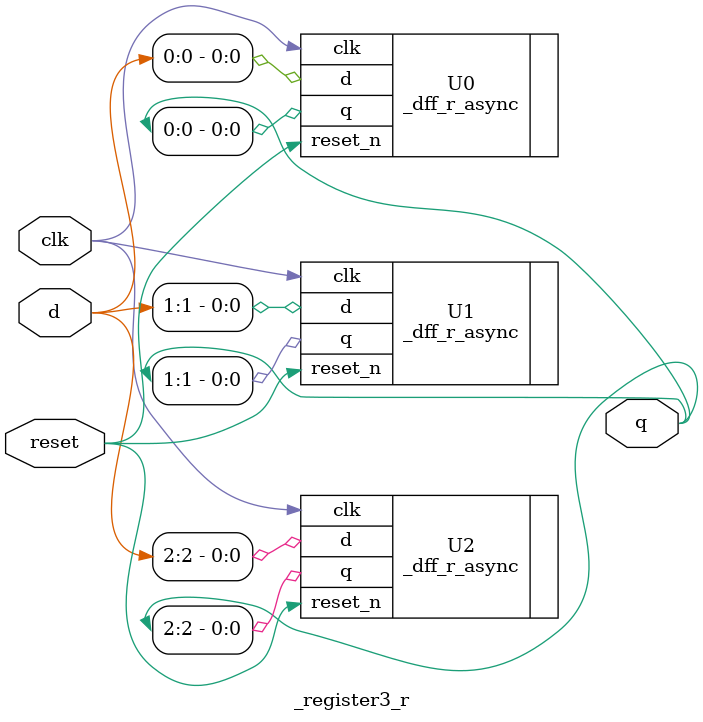
<source format=v>
module _register3_r(clk,d,q,reset); // reset 신호를 통해 기억하고 있던 값들을 초기화 할수 있는 register module

   input clk,reset;
   input [2:0] d;
   output [2:0] q;
   
   _dff_r_async   U0(.clk(clk),.reset_n(reset),.d(d[0]),.q(q[0])); // 1번째 비트 기억
   _dff_r_async   U1(.clk(clk),.reset_n(reset),.d(d[1]),.q(q[1])); // 2번째 비트 기억 
   _dff_r_async   U2(.clk(clk),.reset_n(reset),.d(d[2]),.q(q[2])); // 3번째 비트 기억 
  endmodule 
</source>
